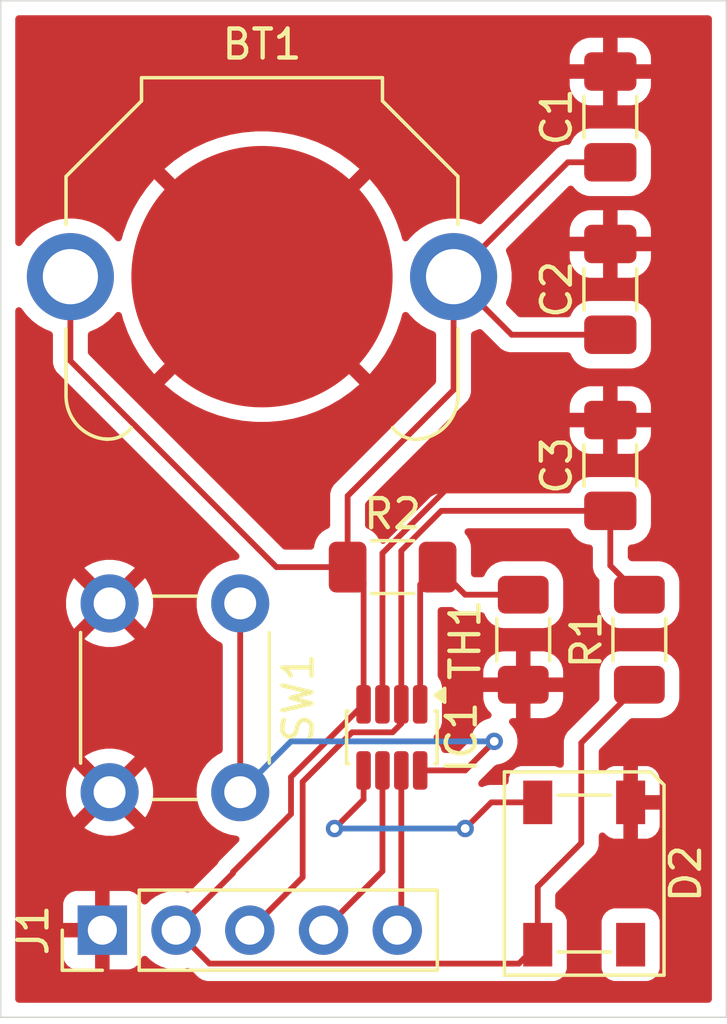
<source format=kicad_pcb>
(kicad_pcb (version 20241229) (generator "pcbnew") (generator_version "9.0")
  (layers (0 "F.Cu" signal) (2 "B.Cu" signal) (13 "F.Paste" user) (15 "B.Paste" user) (5 "F.SilkS" user "F.Silkscreen") (7 "B.SilkS" user "B.Silkscreen") (1 "F.Mask" user) (3 "B.Mask" user) (25 "Edge.Cuts" user))
  (net 0 "")
  (net 1 "VDD")
  (net 2 "GND")
  (net 3 "NRST")
  (net 4 "LED_DIN")
  (net 6 "SWCLK")
  (net 7 "SWDIO")
  (net 8 "THRM")
  (net 9 "Button")
  (footprint "Package_TO_SOT_SMD:SOT-23-8" (layer "F.Cu") (at 138.475 86.3625 -90)
    (property "Reference" "IC1" (at 0 -2.4 90) (layer "F.SilkS"))
    (property "Value" "M0C1103QDDFRQ1")
    (fp_line (start -0.91 1.56) (end -0.91 1.485) (stroke (width 0.12)) (layer "F.SilkS"))
    (fp_line (start 0.91 1.56) (end -0.91 1.56) (stroke (width 0.12)) (layer "F.SilkS"))
    (fp_line (start 0.91 1.485) (end 0.91 1.56) (stroke (width 0.12)) (layer "F.SilkS"))
    (fp_line (start -0.91 -1.485) (end -0.91 -1.56) (stroke (width 0.12)) (layer "F.SilkS"))
    (fp_line (start -0.91 -1.56) (end 0.91 -1.56) (stroke (width 0.12)) (layer "F.SilkS"))
    (fp_line (start 0.91 -1.56) (end 0.91 -1.485) (stroke (width 0.12)) (layer "F.SilkS"))
    (fp_poly (pts (xy -1.45 -1.49) (xy -1.69 -1.82) (xy -1.21 -1.82)) (stroke (width 0.12)) (fill yes) (layer "F.SilkS"))
    (pad "1" smd roundrect (at -1.1375 -0.975 270) (size 1.325 0.5) (layers "F.Cu" "F.Mask" "F.Paste") (net 8 "THRM"))
    (pad "2" smd roundrect (at -1.1375 -0.325 270) (size 1.325 0.5) (layers "F.Cu" "F.Mask" "F.Paste") (net 3 "NRST"))
    (pad "3" smd roundrect (at -1.1375 0.325 270) (size 1.325 0.5) (layers "F.Cu" "F.Mask" "F.Paste") (net 2 "GND"))
    (pad "4" smd roundrect (at -1.1375 0.975 270) (size 1.325 0.5) (layers "F.Cu" "F.Mask" "F.Paste") (net 1 "VDD"))
    (pad "5" smd roundrect (at 1.1375 0.975 270) (size 1.325 0.5) (layers "F.Cu" "F.Mask" "F.Paste") (net 4 "LED_DIN"))
    (pad "6" smd roundrect (at 1.1375 0.325 270) (size 1.325 0.5) (layers "F.Cu" "F.Mask" "F.Paste") (net 7 "SWDIO"))
    (pad "7" smd roundrect (at 1.1375 -0.325 270) (size 1.325 0.5) (layers "F.Cu" "F.Mask" "F.Paste") (net 6 "SWCLK"))
    (pad "8" smd roundrect (at 1.1375 -0.975 270) (size 1.325 0.5) (layers "F.Cu" "F.Mask" "F.Paste") (net 9 "Button"))
  )
  (footprint "Capacitor_SMD:C_1206_3216Metric_Pad1.33x1.80mm_HandSolder" (layer "F.Cu") (at 146 70.9375 90)
    (property "Reference" "C2" (at 0 -1.85 90) (layer "F.SilkS"))
    (property "Value" "0.1uF")
    (fp_line (start -0.711252 -0.91) (end 0.711252 -0.91) (stroke (width 0.12)) (layer "F.SilkS"))
    (fp_line (start -0.711252 0.91) (end 0.711252 0.91) (stroke (width 0.12)) (layer "F.SilkS"))
    (pad "1" smd roundrect (at -1.5625 0 90) (size 1.325 1.8) (layers "F.Cu" "F.Mask" "F.Paste") (roundrect_rratio 0.188679) (net 1 "VDD"))
    (pad "2" smd roundrect (at 1.5625 0 90) (size 1.325 1.8) (layers "F.Cu" "F.Mask" "F.Paste") (roundrect_rratio 0.188679) (net 2 "GND"))
  )
  (footprint "Button_Switch_THT:SW_PUSH_6mm_H5mm" (layer "F.Cu") (at 133.25 81.75 -90)
    (property "Reference" "SW1" (at 3.25 -2 90) (layer "F.SilkS"))
    (property "Value" "SW_SPST")
    (fp_line (start 1 5.5) (end 5.5 5.5) (stroke (width 0.12)) (layer "F.SilkS"))
    (fp_line (start 6.75 3) (end 6.75 1.5) (stroke (width 0.12)) (layer "F.SilkS"))
    (fp_line (start -0.25 1.5) (end -0.25 3) (stroke (width 0.12)) (layer "F.SilkS"))
    (fp_line (start 5.5 -1) (end 1 -1) (stroke (width 0.12)) (layer "F.SilkS"))
    (pad "1" thru_hole circle (at 0 0) (size 2 2) (drill 1.1) (layers "*.Cu" "*.Mask") (net 9 "Button"))
    (pad "1" thru_hole circle (at 6.5 0) (size 2 2) (drill 1.1) (layers "*.Cu" "*.Mask") (net 9 "Button"))
    (pad "2" thru_hole circle (at 0 4.5) (size 2 2) (drill 1.1) (layers "*.Cu" "*.Mask") (net 2 "GND"))
    (pad "2" thru_hole circle (at 6.5 4.5) (size 2 2) (drill 1.1) (layers "*.Cu" "*.Mask") (net 2 "GND"))
  )
  (footprint "Capacitor_SMD:C_1206_3216Metric_Pad1.33x1.80mm_HandSolder" (layer "F.Cu") (at 146 77 90)
    (property "Reference" "C3" (at 0 -1.85 90) (layer "F.SilkS"))
    (property "Value" "C")
    (fp_line (start -0.711252 -0.91) (end 0.711252 -0.91) (stroke (width 0.12)) (layer "F.SilkS"))
    (fp_line (start -0.711252 0.91) (end 0.711252 0.91) (stroke (width 0.12)) (layer "F.SilkS"))
    (pad "1" smd roundrect (at -1.5625 0 90) (size 1.325 1.8) (layers "F.Cu" "F.Mask" "F.Paste") (roundrect_rratio 0.188679) (net 3 "NRST"))
    (pad "2" smd roundrect (at 1.5625 0 90) (size 1.325 1.8) (layers "F.Cu" "F.Mask" "F.Paste") (roundrect_rratio 0.188679) (net 2 "GND"))
  )
  (footprint "Resistor_SMD:R_1206_3216Metric_Pad1.30x1.75mm_HandSolder" (layer "F.Cu") (at 143 83 -90)
    (property "Reference" "TH1" (at 0 2 90) (layer "F.SilkS"))
    (property "Value" "Thermistor")
    (fp_line (start -0.727064 0.91) (end 0.727064 0.91) (stroke (width 0.12)) (layer "F.SilkS"))
    (fp_line (start -0.727064 -0.91) (end 0.727064 -0.91) (stroke (width 0.12)) (layer "F.SilkS"))
    (pad "1" smd roundrect (at -1.55 0 270) (size 1.3 1.75) (layers "F.Cu" "F.Mask" "F.Paste") (roundrect_rratio 0.192308) (net 8 "THRM"))
    (pad "2" smd roundrect (at 1.55 0 270) (size 1.3 1.75) (layers "F.Cu" "F.Mask" "F.Paste") (roundrect_rratio 0.192308) (net 2 "GND"))
  )
  (footprint "Resistor_SMD:R_1206_3216Metric_Pad1.30x1.75mm_HandSolder" (layer "F.Cu") (at 147 83 90)
    (property "Reference" "R1" (at 0 -1.83 90) (layer "F.SilkS"))
    (property "Value" "47K")
    (fp_line (start -0.727064 -0.91) (end 0.727064 -0.91) (stroke (width 0.12)) (layer "F.SilkS"))
    (fp_line (start -0.727064 0.91) (end 0.727064 0.91) (stroke (width 0.12)) (layer "F.SilkS"))
    (pad "1" smd roundrect (at -1.55 0 90) (size 1.3 1.75) (layers "F.Cu" "F.Mask" "F.Paste") (roundrect_rratio 0.192308) (net 1 "VDD"))
    (pad "2" smd roundrect (at 1.55 0 90) (size 1.3 1.75) (layers "F.Cu" "F.Mask" "F.Paste") (roundrect_rratio 0.192308) (net 3 "NRST"))
  )
  (footprint "Connector_PinHeader_2.54mm:PinHeader_1x05_P2.54mm_Vertical" (layer "F.Cu") (at 128.5 93 90)
    (property "Reference" "J1" (at 0 -2.38 90) (layer "F.SilkS"))
    (property "Value" "Conn_01x05_Pin")
    (fp_line (start -1.38 -1.38) (end 0 -1.38) (stroke (width 0.12)) (layer "F.SilkS"))
    (fp_line (start -1.38 0) (end -1.38 -1.38) (stroke (width 0.12)) (layer "F.SilkS"))
    (fp_line (start 1.38 1.27) (end 1.38 11.54) (stroke (width 0.12)) (layer "F.SilkS"))
    (fp_line (start -1.38 1.27) (end 1.38 1.27) (stroke (width 0.12)) (layer "F.SilkS"))
    (fp_line (start -1.38 1.27) (end -1.38 11.54) (stroke (width 0.12)) (layer "F.SilkS"))
    (fp_line (start -1.38 11.54) (end 1.38 11.54) (stroke (width 0.12)) (layer "F.SilkS"))
    (pad "1" thru_hole rect (at 0 0 90) (size 1.7 1.7) (drill 1) (layers "*.Cu" "*.Mask") (net 2 "GND"))
    (pad "2" thru_hole circle (at 0 2.54 90) (size 1.7 1.7) (drill 1) (layers "*.Cu" "*.Mask") (net 1 "VDD"))
    (pad "3" thru_hole circle (at 0 5.08 90) (size 1.7 1.7) (drill 1) (layers "*.Cu" "*.Mask") (net 3 "NRST"))
    (pad "4" thru_hole circle (at 0 7.62 90) (size 1.7 1.7) (drill 1) (layers "*.Cu" "*.Mask") (net 7 "SWDIO"))
    (pad "5" thru_hole circle (at 0 10.16 90) (size 1.7 1.7) (drill 1) (layers "*.Cu" "*.Mask") (net 6 "SWCLK"))
  )
  (footprint "LED_SMD:LED_SK6812_PLCC4_5.0x5.0mm_P3.2mm" (layer "F.Cu") (at 145.1 91.05 -90)
    (property "Reference" "D2" (at 0 -3.5 90) (layer "F.SilkS"))
    (property "Value" "SK6812")
    (fp_line (start 3.5 2.75) (end -3.5 2.75) (stroke (width 0.12)) (layer "F.SilkS"))
    (fp_line (start 3.5 2.75) (end 3.5 -2.75) (stroke (width 0.12)) (layer "F.SilkS"))
    (fp_line (start -2.7 -0.9) (end -2.7 0.9) (stroke (width 0.12)) (layer "F.SilkS"))
    (fp_line (start 2.7 -0.9) (end 2.7 0.9) (stroke (width 0.12)) (layer "F.SilkS"))
    (fp_line (start -3.5 -2.3) (end -3.5 2.75) (stroke (width 0.12)) (layer "F.SilkS"))
    (fp_line (start -3.05 -2.75) (end -3.5 -2.3) (stroke (width 0.12)) (layer "F.SilkS"))
    (fp_line (start 3.5 -2.75) (end -3.05 -2.75) (stroke (width 0.12)) (layer "F.SilkS"))
    (pad "1" smd rect (at -2.45 -1.6 90) (size 1.5 1) (layers "F.Cu" "F.Mask" "F.Paste") (net 2 "GND"))
    (pad "2" smd rect (at -2.45 1.6 90) (size 1.5 1) (layers "F.Cu" "F.Mask" "F.Paste") (net 4 "LED_DIN"))
    (pad "3" smd rect (at 2.45 1.6 90) (size 1.5 1) (layers "F.Cu" "F.Mask" "F.Paste") (net 1 "VDD"))
    (pad "4" smd rect (at 2.45 -1.6 90) (size 1.5 1) (layers "F.Cu" "F.Mask" "F.Paste"))
  )
  (footprint "Battery:BatteryHolder_Keystone_3001_1x12mm" (layer "F.Cu") (at 134 70.5)
    (property "Reference" "BT1" (at 0 -8 0) (layer "F.SilkS"))
    (property "Value" "Battery_Cell")
    (fp_line (start -6.75 -3.45) (end -4.15 -6.05) (stroke (width 0.12)) (layer "F.SilkS"))
    (fp_line (start -6.75 -1.8) (end -6.75 -3.45) (stroke (width 0.12)) (layer "F.SilkS"))
    (fp_line (start -6.75 1.8) (end -6.75 4.1) (stroke (width 0.12)) (layer "F.SilkS"))
    (fp_line (start -4.15 -6.85) (end 4.15 -6.85) (stroke (width 0.12)) (layer "F.SilkS"))
    (fp_line (start -4.15 -6.05) (end -4.15 -6.85) (stroke (width 0.12)) (layer "F.SilkS"))
    (fp_line (start 4.15 -6.85) (end 4.15 -6.05) (stroke (width 0.12)) (layer "F.SilkS"))
    (fp_line (start 4.15 -6.05) (end 6.75 -3.45) (stroke (width 0.12)) (layer "F.SilkS"))
    (fp_line (start 6.75 -3.45) (end 6.75 -1.8) (stroke (width 0.12)) (layer "F.SilkS"))
    (fp_line (start 6.75 1.8) (end 6.75 4.1) (stroke (width 0.12)) (layer "F.SilkS"))
    (fp_arc (start -5.3 5.6) (mid -6.32849 5.143374) (end -6.75 4.1) (stroke (width 0.12)) (layer "F.SilkS"))
    (fp_arc (start -4.5 5.2) (mid -4.90584 5.514615) (end -5.414615 5.58416) (stroke (width 0.12)) (layer "F.SilkS"))
    (fp_arc (start 5.3 5.6) (mid 4.853425 5.493151) (end 4.5 5.2) (stroke (width 0.12)) (layer "F.SilkS"))
    (fp_arc (start 6.75 4.1) (mid 6.328491 5.143375) (end 5.3 5.6) (stroke (width 0.12)) (layer "F.SilkS"))
    (pad "1" thru_hole circle (at -6.6 0) (size 3 3) (drill 1.9) (layers "*.Cu" "*.Mask") (net 1 "VDD"))
    (pad "1" thru_hole circle (at 6.6 0) (size 3 3) (drill 1.9) (layers "*.Cu" "*.Mask") (net 1 "VDD"))
    (pad "2" smd circle (at 0 0) (size 9 9) (layers "F.Cu" "F.Mask") (net 2 "GND"))
  )
  (footprint "Resistor_SMD:R_1206_3216Metric_Pad1.30x1.75mm_HandSolder" (layer "F.Cu") (at 138.5 80.5)
    (property "Reference" "R2" (at 0 -1.83 0) (layer "F.SilkS"))
    (property "Value" "10K")
    (fp_line (start -0.727064 -0.91) (end 0.727064 -0.91) (stroke (width 0.12)) (layer "F.SilkS"))
    (fp_line (start -0.727064 0.91) (end 0.727064 0.91) (stroke (width 0.12)) (layer "F.SilkS"))
    (pad "1" smd roundrect (at -1.55 0) (size 1.3 1.75) (layers "F.Cu" "F.Mask" "F.Paste") (roundrect_rratio 0.192308) (net 1 "VDD"))
    (pad "2" smd roundrect (at 1.55 0) (size 1.3 1.75) (layers "F.Cu" "F.Mask" "F.Paste") (roundrect_rratio 0.192308) (net 8 "THRM"))
  )
  (footprint "Capacitor_SMD:C_1206_3216Metric_Pad1.33x1.80mm_HandSolder" (layer "F.Cu") (at 146 65 90)
    (property "Reference" "C1" (at 0 -1.85 90) (layer "F.SilkS"))
    (property "Value" "10uF")
    (fp_line (start -0.711252 -0.91) (end 0.711252 -0.91) (stroke (width 0.12)) (layer "F.SilkS"))
    (fp_line (start -0.711252 0.91) (end 0.711252 0.91) (stroke (width 0.12)) (layer "F.SilkS"))
    (pad "1" smd roundrect (at -1.5625 0 90) (size 1.325 1.8) (layers "F.Cu" "F.Mask" "F.Paste") (roundrect_rratio 0.188679) (net 1 "VDD"))
    (pad "2" smd roundrect (at 1.5625 0 90) (size 1.325 1.8) (layers "F.Cu" "F.Mask" "F.Paste") (roundrect_rratio 0.188679) (net 2 "GND"))
  )
  (gr_rect (start 125 61) (end 150 96) (stroke (width 0.05)) (fill no) (layer "Edge.Cuts"))
  (segment (start 142.849 94.151) (end 132.191 94.151) (width 0.2) (layer "F.Cu") (net 1))
  (segment (start 133 91) (end 133 91.04) (width 0.2) (layer "F.Cu") (net 1))
  (segment (start 145 86.55) (end 145 90) (width 0.2) (layer "F.Cu") (net 1))
  (segment (start 132.191 94.151) (end 131.04 93) (width 0.2) (layer "F.Cu") (net 1))
  (segment (start 143.5 91.5) (end 143.5 93.5) (width 0.2) (layer "F.Cu") (net 1))
  (segment (start 137.5 85.225) (end 137.5 81.05) (width 0.2) (layer "F.Cu") (net 1))
  (segment (start 127.4 73.4) (end 134.5 80.5) (width 0.2) (layer "F.Cu") (net 1))
  (segment (start 135 87.725) (end 135 89) (width 0.2) (layer "F.Cu") (net 1))
  (segment (start 135 89) (end 133 91) (width 0.2) (layer "F.Cu") (net 1))
  (segment (start 143.5 93.5) (end 142.849 94.151) (width 0.2) (layer "F.Cu") (net 1))
  (segment (start 140.6 70.5) (end 140.6 74.4) (width 0.2) (layer "F.Cu") (net 1))
  (segment (start 145 90) (end 143.5 91.5) (width 0.2) (layer "F.Cu") (net 1))
  (segment (start 146 72.5) (end 142.6 72.5) (width 0.2) (layer "F.Cu") (net 1))
  (segment (start 147 84.55) (end 145 86.55) (width 0.2) (layer "F.Cu") (net 1))
  (segment (start 137.5 85.225) (end 135 87.725) (width 0.2) (layer "F.Cu") (net 1))
  (segment (start 144.5375 66.5625) (end 140.6 70.5) (width 0.2) (layer "F.Cu") (net 1))
  (segment (start 136.95 78.05) (end 136.95 80.5) (width 0.2) (layer "F.Cu") (net 1))
  (segment (start 140.6 74.4) (end 136.95 78.05) (width 0.2) (layer "F.Cu") (net 1))
  (segment (start 142.6 72.5) (end 140.6 70.5) (width 0.2) (layer "F.Cu") (net 1))
  (segment (start 137.5 81.05) (end 136.95 80.5) (width 0.2) (layer "F.Cu") (net 1))
  (segment (start 127.4 70.5) (end 127.4 73.4) (width 0.2) (layer "F.Cu") (net 1))
  (segment (start 133 91.04) (end 131.04 93) (width 0.2) (layer "F.Cu") (net 1))
  (segment (start 146 66.5625) (end 144.5375 66.5625) (width 0.2) (layer "F.Cu") (net 1))
  (segment (start 134.5 80.5) (end 136.95 80.5) (width 0.2) (layer "F.Cu") (net 1))
  (segment (start 138.15 85.225) (end 138.15 80.02174) (width 0.2) (layer "F.Cu") (net 2))
  (segment (start 142.73424 75.4375) (end 146 75.4375) (width 0.2) (layer "F.Cu") (net 2))
  (segment (start 138.15 80.02174) (end 142.73424 75.4375) (width 0.2) (layer "F.Cu") (net 2))
  (segment (start 146 78.5625) (end 146 80.45) (width 0.2) (layer "F.Cu") (net 3))
  (segment (start 146 80.45) (end 147 81.45) (width 0.2) (layer "F.Cu") (net 3))
  (segment (start 135.401 91.179) (end 135.401 87.8911) (width 0.2) (layer "F.Cu") (net 3))
  (segment (start 135.401 87.8911) (end 137.1036 86.1885) (width 0.2) (layer "F.Cu") (net 3))
  (segment (start 133.58 93) (end 135.401 91.179) (width 0.2) (layer "F.Cu") (net 3))
  (segment (start 137.1036 86.1885) (end 138.498999 86.1885) (width 0.2) (layer "F.Cu") (net 3))
  (segment (start 138.8 85.225) (end 138.8 79.93884) (width 0.2) (layer "F.Cu") (net 3))
  (segment (start 138.8 85.887499) (end 138.8 85.225) (width 0.2) (layer "F.Cu") (net 3))
  (segment (start 138.8 79.93884) (end 140.17634 78.5625) (width 0.2) (layer "F.Cu") (net 3))
  (segment (start 140.17634 78.5625) (end 146 78.5625) (width 0.2) (layer "F.Cu") (net 3))
  (segment (start 138.498999 86.1885) (end 138.8 85.887499) (width 0.2) (layer "F.Cu") (net 3))
  (segment (start 147.5 80.95) (end 147 81.45) (width 0.2) (layer "F.Cu") (net 3))
  (segment (start 146 78.5625) (end 145.824 78.7385) (width 0.2) (layer "F.Cu") (net 3))
  (segment (start 141.9 88.6) (end 141 89.5) (width 0.2) (layer "F.Cu") (net 4))
  (segment (start 137.5 87.5) (end 137.5 88.5) (width 0.2) (layer "F.Cu") (net 4))
  (segment (start 137.5 88.5) (end 136.5 89.5) (width 0.2) (layer "F.Cu") (net 4))
  (segment (start 143.5 88.6) (end 141.9 88.6) (width 0.2) (layer "F.Cu") (net 4))
  (via (at 136.5 89.5) (size 0.6) (drill 0.3) (layers "F.Cu" "B.Cu") (net 4))
  (via (at 141 89.5) (size 0.6) (drill 0.3) (layers "F.Cu" "B.Cu") (net 4))
  (segment (start 141 89.5) (end 136.5 89.5) (width 0.2) (layer "B.Cu") (net 4))
  (segment (start 138.66 93) (end 138.8 92.86) (width 0.2) (layer "F.Cu") (net 6))
  (segment (start 138.8 92.86) (end 138.8 87.5) (width 0.2) (layer "F.Cu") (net 6))
  (segment (start 138.15 90.97) (end 138.15 87.5) (width 0.2) (layer "F.Cu") (net 7))
  (segment (start 136.12 93) (end 138.15 90.97) (width 0.2) (layer "F.Cu") (net 7))
  (segment (start 139.45 85.225) (end 139.45 81.1) (width 0.2) (layer "F.Cu") (net 8))
  (segment (start 141 81.45) (end 140.05 80.5) (width 0.2) (layer "F.Cu") (net 8))
  (segment (start 139.45 81.1) (end 140.05 80.5) (width 0.2) (layer "F.Cu") (net 8))
  (segment (start 143 81.45) (end 141 81.45) (width 0.2) (layer "F.Cu") (net 8))
  (segment (start 142 86.5) (end 141 87.5) (width 0.2) (layer "F.Cu") (net 9))
  (segment (start 141 87.5) (end 139.45 87.5) (width 0.2) (layer "F.Cu") (net 9))
  (segment (start 133.25 81.75) (end 133.25 88.25) (width 0.2) (layer "F.Cu") (net 9))
  (via (at 142 86.5) (size 0.6) (drill 0.3) (layers "F.Cu" "B.Cu") (net 9))
  (segment (start 135 86.5) (end 142 86.5) (width 0.2) (layer "B.Cu") (net 9))
  (segment (start 133.25 88.25) (end 135 86.5) (width 0.2) (layer "B.Cu") (net 9))
  (zone (net 2) (net_name "GND") (layer "F.Cu") (connect_pads (clearance 0.5)) (min_thickness 0.25) (fill yes (thermal_gap 0.5) (thermal_bridge_width 0.5))
    (polygon (pts (xy 125.5 61.5) (xy 149.5 61.5) (xy 149.5 95.5) (xy 125.5 95.5)))
  )
)
</source>
